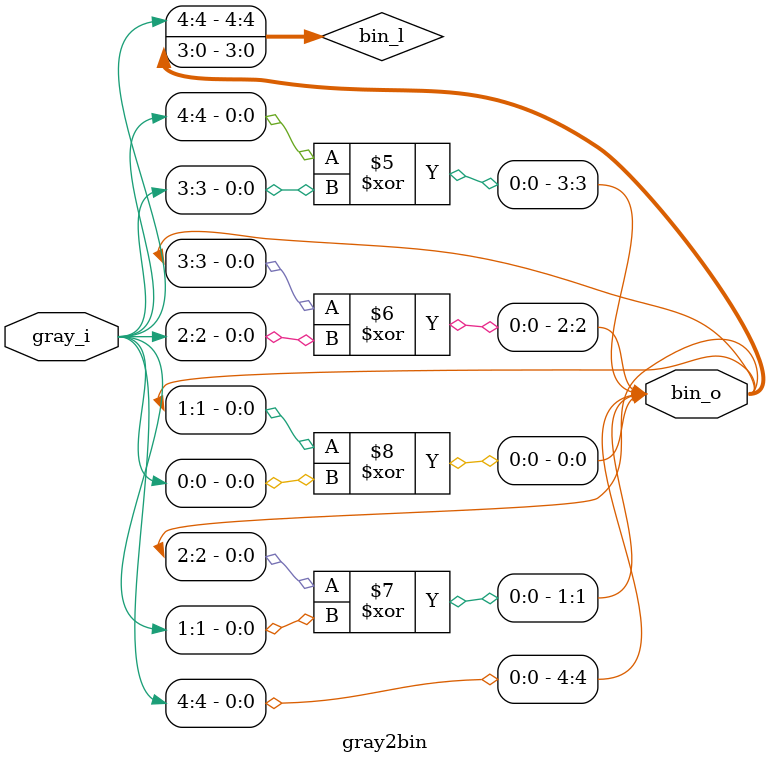
<source format=sv>
module gray2bin
  #(parameter width_p = 5)
   // You must fill these in with width_p
   (input [width_p-1:0] gray_i
    ,output [width_p-1:0] bin_o);

  logic [width_p-1:0] bin_l;

  always_comb begin
    bin_l[width_p-1] = gray_i[width_p-1];
    for (int i = width_p-2; i >= 0; i--) begin
      bin_l[i] = bin_l[i+1] ^ gray_i[i];
    end
  end
  
  assign bin_o = bin_l;

endmodule

</source>
